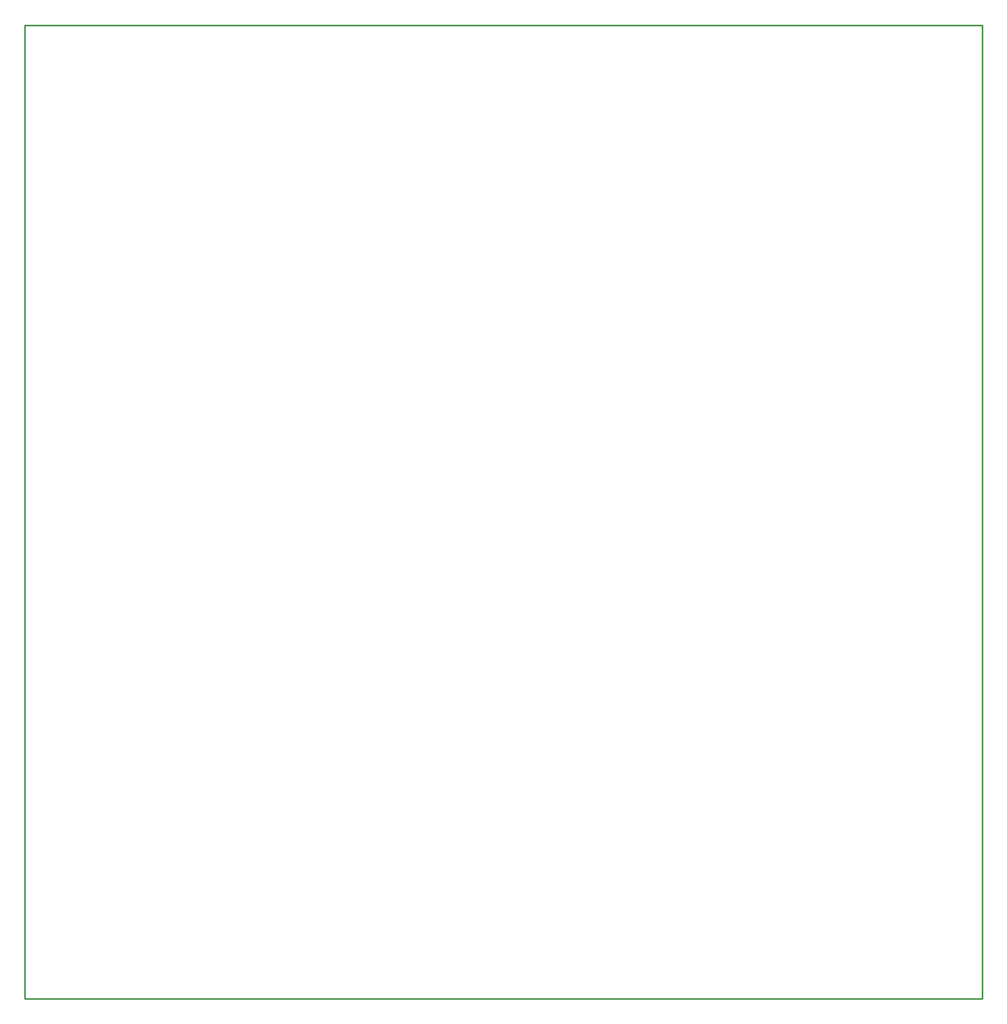
<source format=gko>
G04 Layer: BoardOutline*
G04 EasyEDA v6.4.25, 2022-01-13T09:49:16--7:00*
G04 6920eebb592d4fdaba874a7cdc9b1d13,c152627e17c142f38e8cee34c074023c,10*
G04 Gerber Generator version 0.2*
G04 Scale: 100 percent, Rotated: No, Reflected: No *
G04 Dimensions in millimeters *
G04 leading zeros omitted , absolute positions ,4 integer and 5 decimal *
%FSLAX45Y45*%
%MOMM*%

%ADD10C,0.2540*%
D10*
X0Y0D02*
G01*
X15400020Y0D01*
X15400020Y-15649955D01*
X7700009Y-15649955D01*
X0Y-15649955D01*
X0Y0D01*

%LPD*%
M02*

</source>
